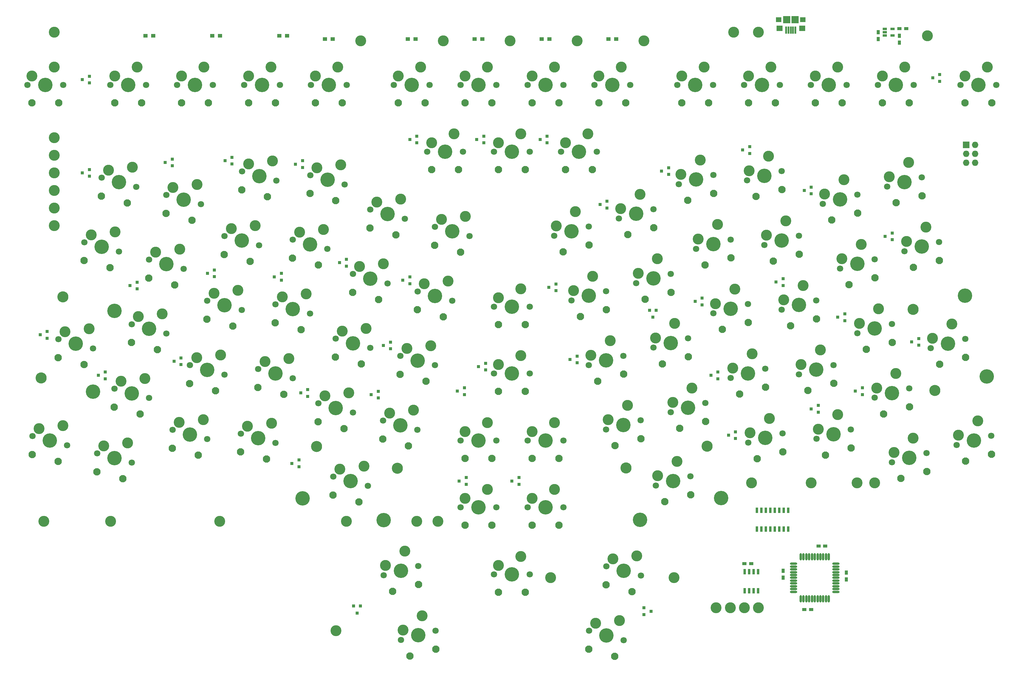
<source format=gbs>
G04 #@! TF.FileFunction,Soldermask,Bot*
%FSLAX46Y46*%
G04 Gerber Fmt 4.6, Leading zero omitted, Abs format (unit mm)*
G04 Created by KiCad (PCBNEW 4.0.2-4+6225~38~ubuntu15.10.1-stable) date Mi 09 Mär 2016 15:11:07 CET*
%MOMM*%
G01*
G04 APERTURE LIST*
%ADD10C,0.100000*%
%ADD11C,3.100000*%
%ADD12C,1.800000*%
%ADD13C,4.100000*%
%ADD14C,2.100000*%
%ADD15R,0.850000X1.300000*%
%ADD16R,1.300000X0.850000*%
%ADD17R,0.900100X0.900100*%
%ADD18O,0.600000X2.100000*%
%ADD19O,2.100000X0.600000*%
%ADD20R,2.000000X2.000000*%
%ADD21R,1.550000X1.400000*%
%ADD22R,1.700000X1.500000*%
%ADD23R,0.500000X2.100000*%
%ADD24R,1.827200X1.827200*%
%ADD25O,1.827200X1.827200*%
%ADD26R,1.300000X1.000000*%
%ADD27C,3.150000*%
%ADD28R,1.160000X0.750000*%
%ADD29R,0.700000X1.600000*%
%ADD30R,0.700000X1.650000*%
%ADD31C,3.099740*%
G04 APERTURE END LIST*
D10*
D11*
X168594442Y-124145781D03*
D12*
X159919287Y-127080483D03*
D13*
X164826190Y-128395284D03*
D12*
X169733093Y-129710085D03*
D11*
X161803413Y-124955732D03*
D14*
X159831212Y-132316087D03*
X167191567Y-134288288D03*
D15*
X314000000Y-40050000D03*
X314000000Y-41950000D03*
D16*
X320050000Y-39000000D03*
X321950000Y-39000000D03*
D15*
X320000000Y-41050000D03*
X320000000Y-42950000D03*
X305000000Y-195450000D03*
X305000000Y-193550000D03*
D16*
X298950000Y-186000000D03*
X297050000Y-186000000D03*
X293050000Y-204000000D03*
X294950000Y-204000000D03*
D15*
X287000000Y-193050000D03*
X287000000Y-194950000D03*
D16*
X277950000Y-191000000D03*
X276050000Y-191000000D03*
D17*
X90000760Y-52550000D03*
X90000760Y-54450000D03*
X88001780Y-53500000D03*
X90000760Y-79050000D03*
X90000760Y-80950000D03*
X88001780Y-80000000D03*
X78000760Y-125050000D03*
X78000760Y-126950000D03*
X76001780Y-126000000D03*
X113500760Y-76050000D03*
X113500760Y-77950000D03*
X111501780Y-77000000D03*
X103500760Y-111050000D03*
X103500760Y-112950000D03*
X101501780Y-112000000D03*
X94500760Y-136550000D03*
X94500760Y-138450000D03*
X92501780Y-137500000D03*
X130500760Y-75550000D03*
X130500760Y-77450000D03*
X128501780Y-76500000D03*
X125500760Y-107550000D03*
X125500760Y-109450000D03*
X123501780Y-108500000D03*
X116000760Y-132550000D03*
X116000760Y-134450000D03*
X114001780Y-133500000D03*
X165050000Y-202999240D03*
X166950000Y-202999240D03*
X166000000Y-204998220D03*
X150500760Y-76550000D03*
X150500760Y-78450000D03*
X148501780Y-77500000D03*
X144500760Y-108550000D03*
X144500760Y-110450000D03*
X142501780Y-109500000D03*
X152000760Y-141550000D03*
X152000760Y-143450000D03*
X150001780Y-142500000D03*
X149500760Y-161550000D03*
X149500760Y-163450000D03*
X147501780Y-162500000D03*
X183000760Y-69550000D03*
X183000760Y-71450000D03*
X181001780Y-70500000D03*
X163000760Y-104550000D03*
X163000760Y-106450000D03*
X161001780Y-105500000D03*
X175500760Y-128050000D03*
X175500760Y-129950000D03*
X173501780Y-129000000D03*
X172000760Y-142050000D03*
X172000760Y-143950000D03*
X170001780Y-143000000D03*
X197000760Y-166550000D03*
X197000760Y-168450000D03*
X195001780Y-167500000D03*
X202000760Y-69550000D03*
X202000760Y-71450000D03*
X200001780Y-70500000D03*
X181000760Y-109550000D03*
X181000760Y-111450000D03*
X179001780Y-110500000D03*
X196500760Y-141050000D03*
X196500760Y-142950000D03*
X194501780Y-142000000D03*
X212000760Y-166550000D03*
X212000760Y-168450000D03*
X210001780Y-167500000D03*
X220000760Y-69550000D03*
X220000760Y-71450000D03*
X218001780Y-70500000D03*
X222500760Y-111550000D03*
X222500760Y-113450000D03*
X220501780Y-112500000D03*
X202500760Y-134050000D03*
X202500760Y-135950000D03*
X200501780Y-135000000D03*
X247499240Y-205450000D03*
X247499240Y-203550000D03*
X249498220Y-204500000D03*
X228500760Y-132050000D03*
X228500760Y-133950000D03*
X226501780Y-133000000D03*
X237000760Y-88050000D03*
X237000760Y-89950000D03*
X235001780Y-89000000D03*
X249050000Y-118999240D03*
X250950000Y-118999240D03*
X250000000Y-120998220D03*
X254500760Y-78550000D03*
X254500760Y-80450000D03*
X252501780Y-79500000D03*
X264000760Y-115550000D03*
X264000760Y-117450000D03*
X262001780Y-116500000D03*
X268500760Y-136550000D03*
X268500760Y-138450000D03*
X266501780Y-137500000D03*
X273500760Y-153550000D03*
X273500760Y-155450000D03*
X271501780Y-154500000D03*
X277500760Y-72550000D03*
X277500760Y-74450000D03*
X275501780Y-73500000D03*
X287000760Y-110050000D03*
X287000760Y-111950000D03*
X285001780Y-111000000D03*
X297000760Y-146050000D03*
X297000760Y-147950000D03*
X295001780Y-147000000D03*
X295000760Y-84050000D03*
X295000760Y-85950000D03*
X293001780Y-85000000D03*
X304500760Y-120050000D03*
X304500760Y-121950000D03*
X302501780Y-121000000D03*
X309500760Y-141050000D03*
X309500760Y-142950000D03*
X307501780Y-142000000D03*
X331500760Y-52050000D03*
X331500760Y-53950000D03*
X329501780Y-53000000D03*
X318000760Y-97050000D03*
X318000760Y-98950000D03*
X316001780Y-98000000D03*
X325500760Y-127050000D03*
X325500760Y-128950000D03*
X323501780Y-128000000D03*
D18*
X300000000Y-201000000D03*
X299200000Y-201000000D03*
X298400000Y-201000000D03*
X297600000Y-201000000D03*
X296800000Y-201000000D03*
X296000000Y-201000000D03*
X295200000Y-201000000D03*
X294400000Y-201000000D03*
X293600000Y-201000000D03*
X292800000Y-201000000D03*
X292000000Y-201000000D03*
D19*
X290000000Y-199000000D03*
X290000000Y-198200000D03*
X290000000Y-197400000D03*
X290000000Y-196600000D03*
X290000000Y-195800000D03*
X290000000Y-195000000D03*
X290000000Y-194200000D03*
X290000000Y-193400000D03*
X290000000Y-192600000D03*
X290000000Y-191800000D03*
X290000000Y-191000000D03*
D18*
X292000000Y-189000000D03*
X292800000Y-189000000D03*
X293600000Y-189000000D03*
X294400000Y-189000000D03*
X295200000Y-189000000D03*
X296000000Y-189000000D03*
X296800000Y-189000000D03*
X297600000Y-189000000D03*
X298400000Y-189000000D03*
X299200000Y-189000000D03*
X300000000Y-189000000D03*
D19*
X302000000Y-191000000D03*
X302000000Y-191800000D03*
X302000000Y-192600000D03*
X302000000Y-193400000D03*
X302000000Y-194200000D03*
X302000000Y-195000000D03*
X302000000Y-195800000D03*
X302000000Y-196600000D03*
X302000000Y-197400000D03*
X302000000Y-198200000D03*
X302000000Y-199000000D03*
D20*
X290400000Y-36450000D03*
D21*
X292625000Y-36450000D03*
D22*
X286000000Y-38900000D03*
D23*
X287900000Y-39450000D03*
X288550000Y-39450000D03*
X290500000Y-39450000D03*
X289850000Y-39450000D03*
X289200000Y-39450000D03*
D22*
X292400000Y-38900000D03*
D21*
X285775000Y-36450000D03*
D20*
X288000000Y-36450000D03*
D24*
X339000000Y-72000000D03*
D25*
X341540000Y-72000000D03*
X339000000Y-74540000D03*
X341540000Y-74540000D03*
X339000000Y-77080000D03*
X341540000Y-77080000D03*
D26*
X105900000Y-41000000D03*
X108100000Y-41000000D03*
X124900000Y-41000000D03*
X127100000Y-41000000D03*
X143900000Y-41000000D03*
X146100000Y-41000000D03*
X159088000Y-42000000D03*
X156888000Y-42000000D03*
X182600000Y-42000000D03*
X180400000Y-42000000D03*
X201600000Y-42000000D03*
X199400000Y-42000000D03*
X220600000Y-42000000D03*
X218400000Y-42000000D03*
X239600000Y-42000000D03*
X237400000Y-42000000D03*
D11*
X103540000Y-49920000D03*
D12*
X95920000Y-55000000D03*
D13*
X101000000Y-55000000D03*
D12*
X106080000Y-55000000D03*
D11*
X97190000Y-52460000D03*
D14*
X97190000Y-60080000D03*
X104810000Y-60080000D03*
D11*
X80040000Y-49920000D03*
D12*
X72420000Y-55000000D03*
D13*
X77500000Y-55000000D03*
D12*
X82580000Y-55000000D03*
D11*
X73690000Y-52460000D03*
D14*
X73690000Y-60080000D03*
X81310000Y-60080000D03*
D11*
X102172193Y-78395535D03*
D12*
X93497038Y-81330237D03*
D13*
X98403941Y-82645038D03*
D12*
X103310844Y-83959839D03*
D11*
X95381164Y-79205486D03*
D14*
X93408963Y-86565841D03*
X100769318Y-88538042D03*
D13*
X90989318Y-142153701D03*
D27*
X76268609Y-138209299D03*
D11*
X89878288Y-124277012D03*
D12*
X81203133Y-127211714D03*
D13*
X86110036Y-128526515D03*
D12*
X91016939Y-129841316D03*
D11*
X83087259Y-125086963D03*
D14*
X81115058Y-132447318D03*
X88475413Y-134419519D03*
D27*
X82428502Y-115220264D03*
D13*
X97149211Y-119164667D03*
D11*
X82501946Y-151805899D03*
D12*
X73826791Y-154740601D03*
D13*
X78733694Y-156055402D03*
D12*
X83640597Y-157370203D03*
D11*
X75710917Y-152615850D03*
D14*
X73738716Y-159976205D03*
X81099071Y-161948406D03*
D11*
X122540000Y-49920000D03*
D12*
X114920000Y-55000000D03*
D13*
X120000000Y-55000000D03*
D12*
X125080000Y-55000000D03*
D11*
X116190000Y-52460000D03*
D14*
X116190000Y-60080000D03*
X123810000Y-60080000D03*
D11*
X120524784Y-83313097D03*
D12*
X111849629Y-86247799D03*
D13*
X116756532Y-87562600D03*
D12*
X121663435Y-88877401D03*
D11*
X113733755Y-84123048D03*
D14*
X111761554Y-91483403D03*
X119121909Y-93455604D03*
D11*
X115607221Y-101665688D03*
D12*
X106932066Y-104600390D03*
D13*
X111838969Y-105915191D03*
D12*
X116745872Y-107229992D03*
D11*
X108816192Y-102475639D03*
D14*
X106843991Y-109835994D03*
X114204346Y-111808195D03*
D11*
X110689660Y-120018279D03*
D12*
X102014505Y-122952981D03*
D13*
X106921408Y-124267782D03*
D12*
X111828311Y-125582583D03*
D11*
X103898631Y-120828230D03*
D14*
X101926430Y-128188585D03*
X109286785Y-130160786D03*
D11*
X105772099Y-138370869D03*
D12*
X97096944Y-141305571D03*
D13*
X102003847Y-142620372D03*
D12*
X106910750Y-143935173D03*
D11*
X98981070Y-139180820D03*
D14*
X97008869Y-146541175D03*
X104369224Y-148513376D03*
D11*
X100854537Y-156723460D03*
D12*
X92179382Y-159658162D03*
D13*
X97086285Y-160972963D03*
D12*
X101993188Y-162287764D03*
D11*
X94063508Y-157533411D03*
D14*
X92091307Y-164893766D03*
X99451662Y-166865967D03*
D11*
X141540000Y-49920000D03*
D12*
X133920000Y-55000000D03*
D13*
X139000000Y-55000000D03*
D12*
X144080000Y-55000000D03*
D11*
X135190000Y-52460000D03*
D14*
X135190000Y-60080000D03*
X142810000Y-60080000D03*
D11*
X141983203Y-76639550D03*
D12*
X133308048Y-79574252D03*
D13*
X138214951Y-80889053D03*
D12*
X143121854Y-82203854D03*
D11*
X135192174Y-77449501D03*
D14*
X133219973Y-84809856D03*
X140580328Y-86782057D03*
D11*
X137065642Y-94992141D03*
D12*
X128390487Y-97926843D03*
D13*
X133297390Y-99241644D03*
D12*
X138204293Y-100556445D03*
D11*
X130274613Y-95802092D03*
D14*
X128302412Y-103162447D03*
X135662767Y-105134648D03*
D11*
X132148079Y-113344731D03*
D12*
X123472924Y-116279433D03*
D13*
X128379827Y-117594234D03*
D12*
X133286730Y-118909035D03*
D11*
X125357050Y-114154682D03*
D14*
X123384849Y-121515037D03*
X130745204Y-123487238D03*
D11*
X127230518Y-131697322D03*
D12*
X118555363Y-134632024D03*
D13*
X123462266Y-135946825D03*
D12*
X128369169Y-137261626D03*
D11*
X120439489Y-132507273D03*
D14*
X118467288Y-139867628D03*
X125827643Y-141839829D03*
D11*
X122312955Y-150049911D03*
D12*
X113637800Y-152984613D03*
D13*
X118544703Y-154299414D03*
D12*
X123451606Y-155614215D03*
D11*
X115521926Y-150859862D03*
D14*
X113549725Y-158220217D03*
X120910080Y-160192418D03*
D11*
X179581521Y-187416607D03*
D12*
X173535967Y-194295712D03*
D13*
X178442870Y-192980911D03*
D12*
X183349773Y-191666110D03*
D11*
X174105292Y-191513560D03*
D14*
X176077493Y-198873915D03*
X183437848Y-196901714D03*
D11*
X160540000Y-49920000D03*
D12*
X152920000Y-55000000D03*
D13*
X158000000Y-55000000D03*
D12*
X163080000Y-55000000D03*
D11*
X154190000Y-52460000D03*
D14*
X154190000Y-60080000D03*
X161810000Y-60080000D03*
D11*
X161371071Y-77693408D03*
D12*
X152695916Y-80628110D03*
D13*
X157602819Y-81942911D03*
D12*
X162509722Y-83257712D03*
D11*
X154580042Y-78503359D03*
D14*
X152607841Y-85863714D03*
X159968196Y-87835915D03*
D11*
X156453509Y-96045999D03*
D12*
X147778354Y-98980701D03*
D13*
X152685257Y-100295502D03*
D12*
X157592160Y-101610303D03*
D11*
X149662480Y-96855950D03*
D14*
X147690279Y-104216305D03*
X155050634Y-106188506D03*
D11*
X151535947Y-114398589D03*
D12*
X142860792Y-117333291D03*
D13*
X147767695Y-118648092D03*
D12*
X152674598Y-119962893D03*
D11*
X144744918Y-115208540D03*
D14*
X142772717Y-122568895D03*
X150133072Y-124541096D03*
D11*
X146618385Y-132751179D03*
D12*
X137943230Y-135685881D03*
D13*
X142850133Y-137000682D03*
D12*
X147757036Y-138315483D03*
D11*
X139827356Y-133561130D03*
D14*
X137855155Y-140921485D03*
X145215510Y-142893686D03*
D11*
X141700823Y-151103770D03*
D12*
X133025668Y-154038472D03*
D13*
X137932571Y-155353273D03*
D12*
X142839474Y-156668074D03*
D11*
X134909794Y-151913721D03*
D14*
X132937593Y-159274076D03*
X140297948Y-161246277D03*
D11*
X184499082Y-205769198D03*
D12*
X178453528Y-212648303D03*
D13*
X183360431Y-211333502D03*
D12*
X188267334Y-210018701D03*
D11*
X179022853Y-209866151D03*
D14*
X180995054Y-217226506D03*
X188355409Y-215254305D03*
D11*
X184040000Y-49920000D03*
D12*
X176420000Y-55000000D03*
D13*
X181500000Y-55000000D03*
D12*
X186580000Y-55000000D03*
D11*
X177690000Y-52460000D03*
D14*
X177690000Y-60080000D03*
X185310000Y-60080000D03*
D11*
X178429566Y-87440599D03*
D12*
X169754411Y-90375301D03*
D13*
X174661314Y-91690102D03*
D12*
X179568217Y-93004903D03*
D11*
X171638537Y-88250550D03*
D14*
X169666336Y-95610905D03*
X177026691Y-97583106D03*
D11*
X173512004Y-105793189D03*
D12*
X164836849Y-108727891D03*
D13*
X169743752Y-110042692D03*
D12*
X174650655Y-111357493D03*
D11*
X166720975Y-106603140D03*
D14*
X164748774Y-113963495D03*
X172109129Y-115935696D03*
D11*
X163676880Y-142498371D03*
D12*
X155001725Y-145433073D03*
D13*
X159908628Y-146747874D03*
D12*
X164815531Y-148062675D03*
D11*
X156885851Y-143308322D03*
D14*
X154913650Y-150668677D03*
X162274005Y-152640878D03*
D11*
X203040000Y-169920000D03*
D12*
X195420000Y-175000000D03*
D13*
X200500000Y-175000000D03*
D12*
X205580000Y-175000000D03*
D11*
X196690000Y-172460000D03*
D14*
X196690000Y-180080000D03*
X204310000Y-180080000D03*
D13*
X173529210Y-178598421D03*
D27*
X177473613Y-163877712D03*
D11*
X167935614Y-163309743D03*
D12*
X159260459Y-166244445D03*
D13*
X164167362Y-167559246D03*
D12*
X169074265Y-168874047D03*
D11*
X161144585Y-164119694D03*
D14*
X159172384Y-171480049D03*
X166532739Y-173452250D03*
D27*
X154484578Y-157717819D03*
D13*
X150540176Y-172438528D03*
D11*
X193540000Y-68920000D03*
D12*
X185920000Y-74000000D03*
D13*
X191000000Y-74000000D03*
D12*
X196080000Y-74000000D03*
D11*
X187190000Y-71460000D03*
D14*
X187190000Y-79080000D03*
X194810000Y-79080000D03*
D11*
X186947033Y-129063343D03*
D12*
X178271878Y-131998045D03*
D13*
X183178781Y-133312846D03*
D12*
X188085684Y-134627647D03*
D11*
X180156004Y-129873294D03*
D14*
X178183803Y-137233649D03*
X185544158Y-139205850D03*
D11*
X182029470Y-147415933D03*
D12*
X173354315Y-150350635D03*
D13*
X178261218Y-151665436D03*
D12*
X183168121Y-152980237D03*
D11*
X175238441Y-148225884D03*
D14*
X173266240Y-155586239D03*
X180626595Y-157558440D03*
D11*
X212540000Y-188920000D03*
D12*
X204920000Y-194000000D03*
D13*
X210000000Y-194000000D03*
D12*
X215080000Y-194000000D03*
D11*
X206190000Y-191460000D03*
D14*
X206190000Y-199080000D03*
X213810000Y-199080000D03*
D11*
X203040000Y-49920000D03*
D12*
X195420000Y-55000000D03*
D13*
X200500000Y-55000000D03*
D12*
X205580000Y-55000000D03*
D11*
X196690000Y-52460000D03*
D14*
X196690000Y-60080000D03*
X204310000Y-60080000D03*
D11*
X212540000Y-68920000D03*
D12*
X204920000Y-74000000D03*
D13*
X210000000Y-74000000D03*
D12*
X215080000Y-74000000D03*
D11*
X206190000Y-71460000D03*
D14*
X206190000Y-79080000D03*
X213810000Y-79080000D03*
D11*
X196782156Y-92358160D03*
D12*
X188107001Y-95292862D03*
D13*
X193013904Y-96607663D03*
D12*
X197920807Y-97922464D03*
D11*
X189991127Y-93168111D03*
D14*
X188018926Y-100528466D03*
X195379281Y-102500667D03*
D11*
X191864595Y-110710751D03*
D12*
X183189440Y-113645453D03*
D13*
X188096343Y-114960254D03*
D12*
X193003246Y-116275055D03*
D11*
X185073566Y-111520702D03*
D14*
X183101365Y-118881057D03*
X190461720Y-120853258D03*
D11*
X212540000Y-112920000D03*
D12*
X204920000Y-118000000D03*
D13*
X210000000Y-118000000D03*
D12*
X215080000Y-118000000D03*
D11*
X206190000Y-115460000D03*
D14*
X206190000Y-123080000D03*
X213810000Y-123080000D03*
D11*
X203040000Y-150920000D03*
D12*
X195420000Y-156000000D03*
D13*
X200500000Y-156000000D03*
D12*
X205580000Y-156000000D03*
D11*
X196690000Y-153460000D03*
D14*
X196690000Y-161080000D03*
X204310000Y-161080000D03*
D11*
X222040000Y-169920000D03*
D12*
X214420000Y-175000000D03*
D13*
X219500000Y-175000000D03*
D12*
X224580000Y-175000000D03*
D11*
X215690000Y-172460000D03*
D14*
X215690000Y-180080000D03*
X223310000Y-180080000D03*
D11*
X222040000Y-49920000D03*
D12*
X214420000Y-55000000D03*
D13*
X219500000Y-55000000D03*
D12*
X224580000Y-55000000D03*
D11*
X215690000Y-52460000D03*
D14*
X215690000Y-60080000D03*
X223310000Y-60080000D03*
D11*
X231540000Y-68920000D03*
D12*
X223920000Y-74000000D03*
D13*
X229000000Y-74000000D03*
D12*
X234080000Y-74000000D03*
D11*
X225190000Y-71460000D03*
D14*
X225190000Y-79080000D03*
X232810000Y-79080000D03*
D11*
X228031608Y-90973574D03*
D12*
X221986054Y-97852679D03*
D13*
X226892957Y-96537878D03*
D12*
X231799860Y-95223077D03*
D11*
X222555379Y-95070527D03*
D14*
X224527580Y-102430882D03*
X231887935Y-100458681D03*
D11*
X232949170Y-109326165D03*
D12*
X226903616Y-116205270D03*
D13*
X231810519Y-114890469D03*
D12*
X236717422Y-113575668D03*
D11*
X227472941Y-113423118D03*
D14*
X229445142Y-120783473D03*
X236805497Y-118811272D03*
D11*
X212540000Y-131920000D03*
D12*
X204920000Y-137000000D03*
D13*
X210000000Y-137000000D03*
D12*
X215080000Y-137000000D03*
D11*
X206190000Y-134460000D03*
D14*
X206190000Y-142080000D03*
X213810000Y-142080000D03*
D11*
X222040000Y-150920000D03*
D12*
X214420000Y-156000000D03*
D13*
X219500000Y-156000000D03*
D12*
X224580000Y-156000000D03*
D11*
X215690000Y-153460000D03*
D14*
X215690000Y-161080000D03*
X223310000Y-161080000D03*
D11*
X240541539Y-207136815D03*
D12*
X231866384Y-210071517D03*
D13*
X236773287Y-211386318D03*
D12*
X241680190Y-212701119D03*
D11*
X233750510Y-207946766D03*
D14*
X231778309Y-215307121D03*
X239138664Y-217279322D03*
D11*
X237866732Y-127678756D03*
D12*
X231821178Y-134557861D03*
D13*
X236728081Y-133243060D03*
D12*
X241634984Y-131928259D03*
D11*
X232390503Y-131775709D03*
D14*
X234362704Y-139136064D03*
X241723059Y-137163863D03*
D11*
X242784294Y-146031346D03*
D12*
X236738740Y-152910451D03*
D13*
X241645643Y-151595650D03*
D12*
X246552546Y-150280849D03*
D11*
X237308065Y-150128299D03*
D14*
X239280266Y-157488654D03*
X246640621Y-155516453D03*
D11*
X245459101Y-188784224D03*
D12*
X236783946Y-191718926D03*
D13*
X241690849Y-193033727D03*
D12*
X246597752Y-194348528D03*
D11*
X238668072Y-189594175D03*
D14*
X236695871Y-196954530D03*
X244056226Y-198926731D03*
D13*
X269366686Y-172368742D03*
D27*
X265422284Y-157648033D03*
D11*
X256878151Y-161925156D03*
D12*
X250832597Y-168804261D03*
D13*
X255739500Y-167489460D03*
D12*
X260646403Y-166174659D03*
D11*
X251401922Y-166022109D03*
D14*
X253374123Y-173382464D03*
X260734478Y-171410263D03*
D27*
X242433249Y-163807926D03*
D13*
X246377652Y-178528635D03*
D11*
X241040000Y-49920000D03*
D12*
X233420000Y-55000000D03*
D13*
X238500000Y-55000000D03*
D12*
X243580000Y-55000000D03*
D11*
X234690000Y-52460000D03*
D14*
X234690000Y-60080000D03*
X242310000Y-60080000D03*
D11*
X246384199Y-86056013D03*
D12*
X240338645Y-92935118D03*
D13*
X245245548Y-91620317D03*
D12*
X250152451Y-90305516D03*
D11*
X240907970Y-90152966D03*
D14*
X242880171Y-97513321D03*
X250240526Y-95541120D03*
D11*
X251301761Y-104408603D03*
D12*
X245256207Y-111287708D03*
D13*
X250163110Y-109972907D03*
D12*
X255070013Y-108658106D03*
D11*
X245825532Y-108505556D03*
D14*
X247797733Y-115865911D03*
X255158088Y-113893710D03*
D11*
X256219322Y-122761194D03*
D12*
X250173768Y-129640299D03*
D13*
X255080671Y-128325498D03*
D12*
X259987574Y-127010697D03*
D11*
X250743093Y-126858147D03*
D14*
X252715294Y-134218502D03*
X260075649Y-132246301D03*
D11*
X261136884Y-141113785D03*
D12*
X255091330Y-147992890D03*
D13*
X259998233Y-146678089D03*
D12*
X264905136Y-145363288D03*
D11*
X255660655Y-145210738D03*
D14*
X257632856Y-152571093D03*
X264993211Y-150598892D03*
D11*
X264540000Y-49920000D03*
D12*
X256920000Y-55000000D03*
D13*
X262000000Y-55000000D03*
D12*
X267080000Y-55000000D03*
D11*
X258190000Y-52460000D03*
D14*
X258190000Y-60080000D03*
X265810000Y-60080000D03*
D11*
X263442694Y-76308822D03*
D12*
X257397140Y-83187927D03*
D13*
X262304043Y-81873126D03*
D12*
X267210946Y-80558325D03*
D11*
X257966465Y-80405775D03*
D14*
X259938666Y-87766130D03*
X267299021Y-85793929D03*
D11*
X268360256Y-94661412D03*
D12*
X262314702Y-101540517D03*
D13*
X267221605Y-100225716D03*
D12*
X272128508Y-98910915D03*
D11*
X262884027Y-98758365D03*
D14*
X264856228Y-106118720D03*
X272216583Y-104146519D03*
D11*
X273277818Y-113014003D03*
D12*
X267232264Y-119893108D03*
D13*
X272139167Y-118578307D03*
D12*
X277046070Y-117263506D03*
D11*
X267801589Y-117110956D03*
D14*
X269773790Y-124471311D03*
X277134145Y-122499110D03*
D11*
X278195380Y-131366594D03*
D12*
X272149826Y-138245699D03*
D13*
X277056729Y-136930898D03*
D12*
X281963632Y-135616097D03*
D11*
X272719151Y-135463547D03*
D14*
X274691352Y-142823902D03*
X282051707Y-140851701D03*
D11*
X283112942Y-149719184D03*
D12*
X277067388Y-156598289D03*
D13*
X281974291Y-155283488D03*
D12*
X286881194Y-153968687D03*
D11*
X277636713Y-153816137D03*
D14*
X279608914Y-161176492D03*
X286969269Y-159204291D03*
D11*
X283540000Y-49920000D03*
D12*
X275920000Y-55000000D03*
D13*
X281000000Y-55000000D03*
D12*
X286080000Y-55000000D03*
D11*
X277190000Y-52460000D03*
D14*
X277190000Y-60080000D03*
X284810000Y-60080000D03*
D11*
X282830561Y-75254963D03*
D12*
X276785007Y-82134068D03*
D13*
X281691910Y-80819267D03*
D12*
X286598813Y-79504466D03*
D11*
X277354332Y-79351916D03*
D14*
X279326533Y-86712271D03*
X286686888Y-84740070D03*
D11*
X287748123Y-93607554D03*
D12*
X281702569Y-100486659D03*
D13*
X286609472Y-99171858D03*
D12*
X291516375Y-97857057D03*
D11*
X282271894Y-97704507D03*
D14*
X284244095Y-105064862D03*
X291604450Y-103092661D03*
D11*
X292665685Y-111960144D03*
D12*
X286620131Y-118839249D03*
D13*
X291527034Y-117524448D03*
D12*
X296433937Y-116209647D03*
D11*
X287189456Y-116057097D03*
D14*
X289161657Y-123417452D03*
X296522012Y-121445251D03*
D11*
X297583247Y-130312735D03*
D12*
X291537693Y-137191840D03*
D13*
X296444596Y-135877039D03*
D12*
X301351499Y-134562238D03*
D11*
X292107018Y-134409688D03*
D14*
X294079219Y-141770043D03*
X301439574Y-139797842D03*
D11*
X302500808Y-148665326D03*
D12*
X296455254Y-155544431D03*
D13*
X301362157Y-154229630D03*
D12*
X306269060Y-152914829D03*
D11*
X297024579Y-152762279D03*
D14*
X298996780Y-160122634D03*
X306357135Y-158150433D03*
D11*
X302540000Y-49920000D03*
D12*
X294920000Y-55000000D03*
D13*
X300000000Y-55000000D03*
D12*
X305080000Y-55000000D03*
D11*
X296190000Y-52460000D03*
D14*
X296190000Y-60080000D03*
X303810000Y-60080000D03*
D11*
X304288980Y-81928511D03*
D12*
X298243426Y-88807616D03*
D13*
X303150329Y-87492815D03*
D12*
X308057232Y-86178014D03*
D11*
X298812751Y-86025464D03*
D14*
X300784952Y-93385819D03*
X308145307Y-91413618D03*
D11*
X309206542Y-100281102D03*
D12*
X303160988Y-107160207D03*
D13*
X308067891Y-105845406D03*
D12*
X312974794Y-104530605D03*
D11*
X303730313Y-104378055D03*
D14*
X305702514Y-111738410D03*
X313062869Y-109766209D03*
D11*
X314124104Y-118633692D03*
D12*
X308078550Y-125512797D03*
D13*
X312985453Y-124197996D03*
D12*
X317892356Y-122883195D03*
D11*
X308647875Y-122730645D03*
D14*
X310620076Y-130091000D03*
X317980431Y-128118799D03*
D11*
X319041666Y-136986283D03*
D12*
X312996112Y-143865388D03*
D13*
X317903015Y-142550587D03*
D12*
X322809918Y-141235786D03*
D11*
X313565437Y-141083236D03*
D14*
X315537638Y-148443591D03*
X322897993Y-146471390D03*
D11*
X323959228Y-155338874D03*
D12*
X317913674Y-162217979D03*
D13*
X322820577Y-160903178D03*
D12*
X327727480Y-159588377D03*
D11*
X318482999Y-159435827D03*
D14*
X320455200Y-166796182D03*
X327815555Y-164823981D03*
D11*
X321540000Y-49920000D03*
D12*
X313920000Y-55000000D03*
D13*
X319000000Y-55000000D03*
D12*
X324080000Y-55000000D03*
D11*
X315190000Y-52460000D03*
D14*
X315190000Y-60080000D03*
X322810000Y-60080000D03*
D11*
X345040000Y-49920000D03*
D12*
X337420000Y-55000000D03*
D13*
X342500000Y-55000000D03*
D12*
X347580000Y-55000000D03*
D11*
X338690000Y-52460000D03*
D14*
X338690000Y-60080000D03*
X346310000Y-60080000D03*
D11*
X322641571Y-77010949D03*
D12*
X316596017Y-83890054D03*
D13*
X321502920Y-82575253D03*
D12*
X326409823Y-81260452D03*
D11*
X317165342Y-81107902D03*
D14*
X319137543Y-88468257D03*
X326497898Y-86496056D03*
D11*
X327559133Y-95363540D03*
D12*
X321513579Y-102242645D03*
D13*
X326420482Y-100927844D03*
D12*
X331327385Y-99613043D03*
D11*
X322082904Y-99460493D03*
D14*
X324055105Y-106820848D03*
X331415460Y-104848647D03*
D13*
X344836000Y-137818578D03*
D27*
X330115291Y-141762981D03*
D11*
X334935476Y-122892426D03*
D12*
X328889922Y-129771531D03*
D13*
X333796825Y-128456730D03*
D12*
X338703728Y-127141929D03*
D11*
X329459247Y-126989379D03*
D14*
X331431448Y-134349734D03*
X338791803Y-132377533D03*
D27*
X323955398Y-118773946D03*
D13*
X338676107Y-114829544D03*
D11*
X342311818Y-150421312D03*
D12*
X336266264Y-157300417D03*
D13*
X341173167Y-155985616D03*
D12*
X346080070Y-154670815D03*
D11*
X336835589Y-154518265D03*
D14*
X338807790Y-161878620D03*
X346168145Y-159906419D03*
D28*
X315900000Y-40950000D03*
X315900000Y-40000000D03*
X315900000Y-39050000D03*
X318100000Y-39050000D03*
X318100000Y-40950000D03*
D29*
X279555000Y-175800000D03*
X280825000Y-175800000D03*
X282095000Y-175800000D03*
X283365000Y-175800000D03*
X284635000Y-175800000D03*
X285905000Y-175800000D03*
X287175000Y-175800000D03*
X288445000Y-175800000D03*
X288445000Y-181200000D03*
X287175000Y-181200000D03*
X285905000Y-181200000D03*
X284635000Y-181200000D03*
X283365000Y-181200000D03*
X282095000Y-181200000D03*
X280825000Y-181200000D03*
X279555000Y-181200000D03*
D30*
X279905000Y-198700000D03*
X278635000Y-198700000D03*
X277365000Y-198700000D03*
X276095000Y-198700000D03*
X276095000Y-193300000D03*
X277365000Y-193300000D03*
X278635000Y-193300000D03*
X279905000Y-193300000D03*
D31*
X190500000Y-42500000D03*
X276000000Y-203500000D03*
X268000000Y-203500000D03*
X280000000Y-203500000D03*
X272000000Y-203500000D03*
X77000000Y-179000000D03*
X96000000Y-179000000D03*
X127000000Y-179000000D03*
X163000000Y-179000000D03*
X183000000Y-179000000D03*
X189000000Y-179000000D03*
X221000000Y-195000000D03*
X256000000Y-195000000D03*
X278000000Y-168000000D03*
X295000000Y-168000000D03*
X308000000Y-168000000D03*
X313000000Y-168000000D03*
X80000000Y-40000000D03*
X80000000Y-70000000D03*
X80000000Y-75000000D03*
X80000000Y-80000000D03*
X80000000Y-85000000D03*
X80000000Y-90000000D03*
X80000000Y-95000000D03*
X160000000Y-210000000D03*
X209500000Y-42500000D03*
X247500000Y-42500000D03*
X228500000Y-42500000D03*
X167000000Y-42500000D03*
D11*
X97254631Y-96748127D03*
D12*
X88579476Y-99682829D03*
D13*
X93486379Y-100997630D03*
D12*
X98393282Y-102312431D03*
D11*
X90463602Y-97558078D03*
D14*
X88491401Y-104918433D03*
X95851756Y-106890634D03*
D31*
X273000000Y-40000000D03*
X328000000Y-41000000D03*
X280000000Y-40000000D03*
M02*

</source>
